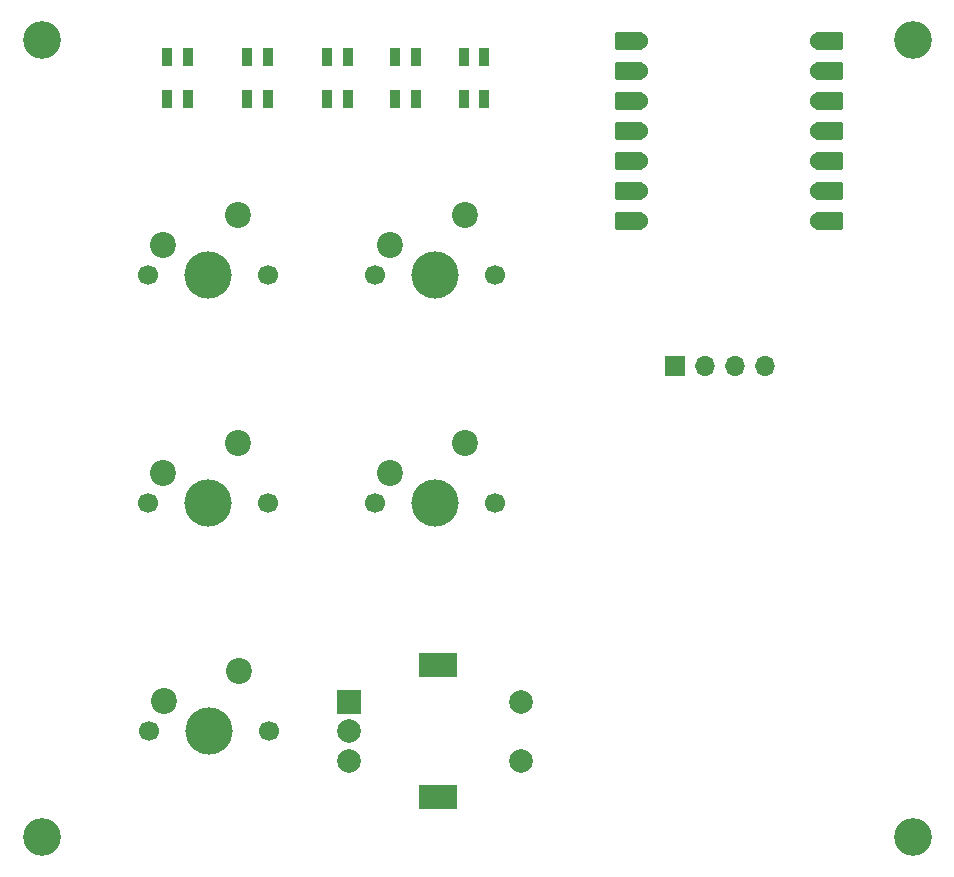
<source format=gbr>
%TF.GenerationSoftware,KiCad,Pcbnew,9.0.5*%
%TF.CreationDate,2025-12-10T21:52:02+05:30*%
%TF.ProjectId,macropad,6d616372-6f70-4616-942e-6b696361645f,rev?*%
%TF.SameCoordinates,Original*%
%TF.FileFunction,Soldermask,Top*%
%TF.FilePolarity,Negative*%
%FSLAX46Y46*%
G04 Gerber Fmt 4.6, Leading zero omitted, Abs format (unit mm)*
G04 Created by KiCad (PCBNEW 9.0.5) date 2025-12-10 21:52:02*
%MOMM*%
%LPD*%
G01*
G04 APERTURE LIST*
G04 Aperture macros list*
%AMRoundRect*
0 Rectangle with rounded corners*
0 $1 Rounding radius*
0 $2 $3 $4 $5 $6 $7 $8 $9 X,Y pos of 4 corners*
0 Add a 4 corners polygon primitive as box body*
4,1,4,$2,$3,$4,$5,$6,$7,$8,$9,$2,$3,0*
0 Add four circle primitives for the rounded corners*
1,1,$1+$1,$2,$3*
1,1,$1+$1,$4,$5*
1,1,$1+$1,$6,$7*
1,1,$1+$1,$8,$9*
0 Add four rect primitives between the rounded corners*
20,1,$1+$1,$2,$3,$4,$5,0*
20,1,$1+$1,$4,$5,$6,$7,0*
20,1,$1+$1,$6,$7,$8,$9,0*
20,1,$1+$1,$8,$9,$2,$3,0*%
G04 Aperture macros list end*
%ADD10C,1.700000*%
%ADD11C,4.000000*%
%ADD12C,2.200000*%
%ADD13R,0.850000X1.600000*%
%ADD14R,2.000000X2.000000*%
%ADD15C,2.000000*%
%ADD16R,3.200000X2.000000*%
%ADD17C,3.200000*%
%ADD18R,1.700000X1.700000*%
%ADD19O,1.700000X1.700000*%
%ADD20RoundRect,0.152400X1.063600X0.609600X-1.063600X0.609600X-1.063600X-0.609600X1.063600X-0.609600X0*%
%ADD21C,1.524000*%
%ADD22RoundRect,0.152400X-1.063600X-0.609600X1.063600X-0.609600X1.063600X0.609600X-1.063600X0.609600X0*%
G04 APERTURE END LIST*
D10*
%TO.C,SW5*%
X192810000Y-114720000D03*
D11*
X197890000Y-114720000D03*
D10*
X202970000Y-114720000D03*
D12*
X200430000Y-109640000D03*
X194080000Y-112180000D03*
%TD*%
D13*
%TO.C,D3*%
X209675000Y-57720000D03*
X207925000Y-57720000D03*
X207925000Y-61220000D03*
X209675000Y-61220000D03*
%TD*%
%TO.C,D4*%
X202895000Y-57720000D03*
X201145000Y-57720000D03*
X201145000Y-61220000D03*
X202895000Y-61220000D03*
%TD*%
D10*
%TO.C,SW2*%
X212010000Y-76180000D03*
D11*
X217090000Y-76180000D03*
D10*
X222170000Y-76180000D03*
D12*
X219630000Y-71100000D03*
X213280000Y-73640000D03*
%TD*%
D14*
%TO.C,SW6*%
X209800000Y-112270000D03*
D15*
X209800000Y-117270000D03*
X209800000Y-114770000D03*
D16*
X217300000Y-109170000D03*
X217300000Y-120370000D03*
D15*
X224300000Y-117270000D03*
X224300000Y-112270000D03*
%TD*%
D10*
%TO.C,SW3*%
X192760000Y-95470000D03*
D11*
X197840000Y-95470000D03*
D10*
X202920000Y-95470000D03*
D12*
X200380000Y-90390000D03*
X194030000Y-92930000D03*
%TD*%
D10*
%TO.C,SW4*%
X212010000Y-95470000D03*
D11*
X217090000Y-95470000D03*
D10*
X222170000Y-95470000D03*
D12*
X219630000Y-90390000D03*
X213280000Y-92930000D03*
%TD*%
D17*
%TO.C,REF\u002A\u002A*%
X183750000Y-56250000D03*
%TD*%
%TO.C,REF\u002A\u002A*%
X257500000Y-123750000D03*
%TD*%
%TO.C,REF\u002A\u002A*%
X257500000Y-56250000D03*
%TD*%
D18*
%TO.C,Brd1*%
X237365000Y-83855000D03*
D19*
X239905000Y-83855000D03*
X242445000Y-83855000D03*
X244985000Y-83855000D03*
%TD*%
D13*
%TO.C,D5*%
X196115000Y-57720000D03*
X194365000Y-57720000D03*
X194365000Y-61220000D03*
X196115000Y-61220000D03*
%TD*%
D17*
%TO.C,REF\u002A\u002A*%
X183750000Y-123750000D03*
%TD*%
D13*
%TO.C,D2*%
X215455000Y-57720000D03*
X213705000Y-57720000D03*
X213705000Y-61220000D03*
X215455000Y-61220000D03*
%TD*%
D20*
%TO.C,U1*%
X233465000Y-56340000D03*
D21*
X234300000Y-56340000D03*
D20*
X233465000Y-58880000D03*
D21*
X234300000Y-58880000D03*
D20*
X233465000Y-61420000D03*
D21*
X234300000Y-61420000D03*
D20*
X233465000Y-63960000D03*
D21*
X234300000Y-63960000D03*
D20*
X233465000Y-66500000D03*
D21*
X234300000Y-66500000D03*
D20*
X233465000Y-69040000D03*
D21*
X234300000Y-69040000D03*
D20*
X233465000Y-71580000D03*
D21*
X234300000Y-71580000D03*
X249540000Y-71580000D03*
D22*
X250375000Y-71580000D03*
D21*
X249540000Y-69040000D03*
D22*
X250375000Y-69040000D03*
D21*
X249540000Y-66500000D03*
D22*
X250375000Y-66500000D03*
D21*
X249540000Y-63960000D03*
D22*
X250375000Y-63960000D03*
D21*
X249540000Y-61420000D03*
D22*
X250375000Y-61420000D03*
D21*
X249540000Y-58880000D03*
D22*
X250375000Y-58880000D03*
D21*
X249540000Y-56340000D03*
D22*
X250375000Y-56340000D03*
%TD*%
D10*
%TO.C,SW1*%
X192760000Y-76180000D03*
D11*
X197840000Y-76180000D03*
D10*
X202920000Y-76180000D03*
D12*
X200380000Y-71100000D03*
X194030000Y-73640000D03*
%TD*%
D13*
%TO.C,D1*%
X221235000Y-57720000D03*
X219485000Y-57720000D03*
X219485000Y-61220000D03*
X221235000Y-61220000D03*
%TD*%
M02*

</source>
